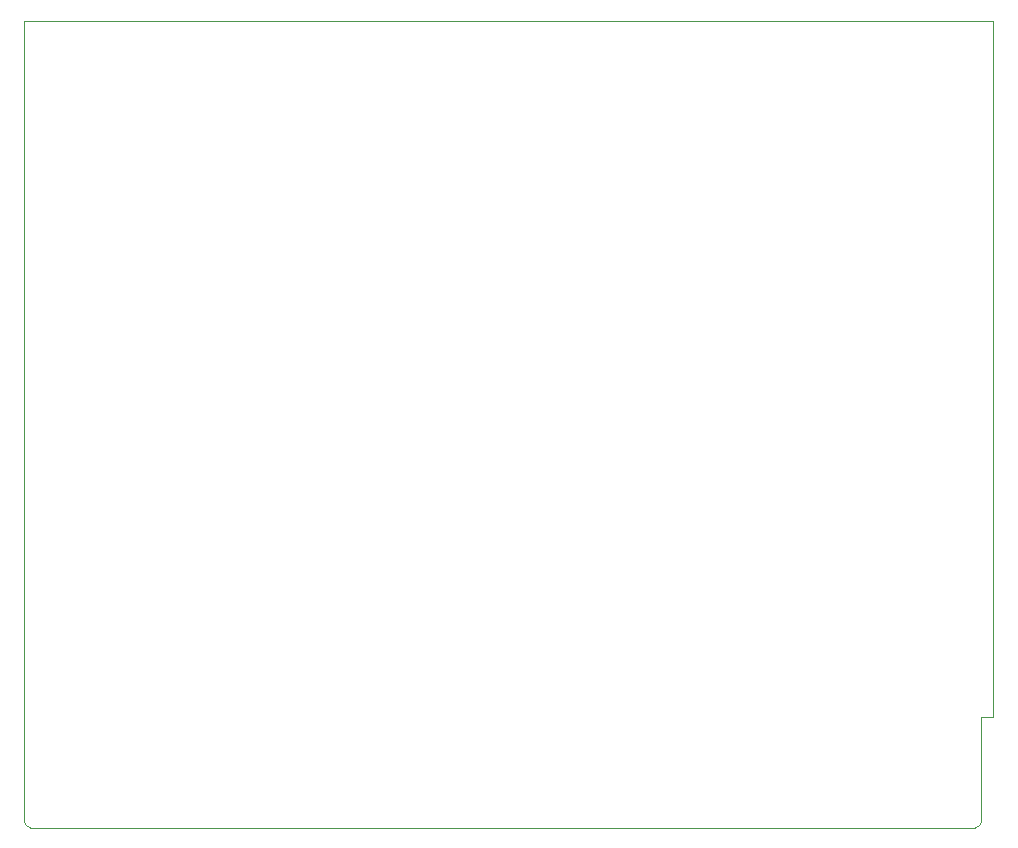
<source format=gbr>
%TF.GenerationSoftware,KiCad,Pcbnew,(6.0.5)*%
%TF.CreationDate,2023-01-02T12:33:02-06:00*%
%TF.ProjectId,ISA rev6,49534120-7265-4763-962e-6b696361645f,rev?*%
%TF.SameCoordinates,Original*%
%TF.FileFunction,Profile,NP*%
%FSLAX46Y46*%
G04 Gerber Fmt 4.6, Leading zero omitted, Abs format (unit mm)*
G04 Created by KiCad (PCBNEW (6.0.5)) date 2023-01-02 12:33:02*
%MOMM*%
%LPD*%
G01*
G04 APERTURE LIST*
%TA.AperFunction,Profile*%
%ADD10C,0.038100*%
%TD*%
G04 APERTURE END LIST*
D10*
X100838000Y-130048000D02*
G75*
G03*
X101346000Y-130556000I508000J0D01*
G01*
X182880000Y-121158000D02*
X182880000Y-62230000D01*
X100838000Y-130048000D02*
X100838000Y-62230000D01*
X181864000Y-121158000D02*
X181864000Y-130048000D01*
X181864000Y-121158000D02*
X182880000Y-121158000D01*
X101346000Y-130556000D02*
X181356000Y-130556000D01*
X182880000Y-62230000D02*
X181864000Y-62230000D01*
X181864000Y-62230000D02*
X100838000Y-62230000D01*
X181356000Y-130556000D02*
G75*
G03*
X181864000Y-130048000I0J508000D01*
G01*
M02*

</source>
